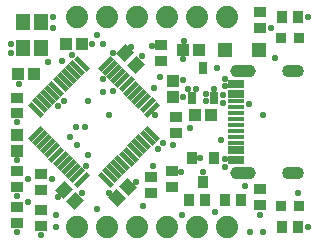
<source format=gbr>
%TF.GenerationSoftware,Altium Limited,Altium Designer,19.0.15 (446)*%
G04 Layer_Color=8388736*
%FSLAX45Y45*%
%MOMM*%
%TF.FileFunction,Soldermask,Top*%
%TF.Part,Single*%
G01*
G75*
%TA.AperFunction,ComponentPad*%
%ADD40C,1.88000*%
G04:AMPARAMS|DCode=41|XSize=1.08mm|YSize=1.88mm|CornerRadius=0.54mm|HoleSize=0mm|Usage=FLASHONLY|Rotation=90.000|XOffset=0mm|YOffset=0mm|HoleType=Round|Shape=RoundedRectangle|*
%AMROUNDEDRECTD41*
21,1,1.08000,0.80000,0,0,90.0*
21,1,0.00000,1.88000,0,0,90.0*
1,1,1.08000,0.40000,0.00000*
1,1,1.08000,0.40000,0.00000*
1,1,1.08000,-0.40000,0.00000*
1,1,1.08000,-0.40000,0.00000*
%
%ADD41ROUNDEDRECTD41*%
G04:AMPARAMS|DCode=42|XSize=1.08mm|YSize=2.18mm|CornerRadius=0.54mm|HoleSize=0mm|Usage=FLASHONLY|Rotation=90.000|XOffset=0mm|YOffset=0mm|HoleType=Round|Shape=RoundedRectangle|*
%AMROUNDEDRECTD42*
21,1,1.08000,1.10000,0,0,90.0*
21,1,0.00000,2.18000,0,0,90.0*
1,1,1.08000,0.55000,0.00000*
1,1,1.08000,0.55000,0.00000*
1,1,1.08000,-0.55000,0.00000*
1,1,1.08000,-0.55000,0.00000*
%
%ADD42ROUNDEDRECTD42*%
%ADD43C,0.08000*%
%TA.AperFunction,ViaPad*%
%ADD44C,0.58000*%
%TA.AperFunction,SMDPad,CuDef*%
%ADD50R,0.88000X0.88000*%
%TA.AperFunction,ConnectorPad*%
%ADD51R,1.37600X0.67600*%
%ADD52R,1.37600X0.37600*%
%TA.AperFunction,SMDPad,CuDef*%
%ADD53R,1.03000X0.93000*%
%ADD54R,0.98000X1.08000*%
%ADD55R,0.93000X1.03000*%
%ADD56R,0.88000X0.98000*%
G04:AMPARAMS|DCode=57|XSize=1.08mm|YSize=0.98mm|CornerRadius=0mm|HoleSize=0mm|Usage=FLASHONLY|Rotation=225.000|XOffset=0mm|YOffset=0mm|HoleType=Round|Shape=Rectangle|*
%AMROTATEDRECTD57*
4,1,4,0.03535,0.72832,0.72832,0.03535,-0.03535,-0.72832,-0.72832,-0.03535,0.03535,0.72832,0.0*
%
%ADD57ROTATEDRECTD57*%

%ADD58R,0.78000X1.08000*%
%ADD59R,1.08000X0.98000*%
G04:AMPARAMS|DCode=60|XSize=1.08mm|YSize=0.98mm|CornerRadius=0mm|HoleSize=0mm|Usage=FLASHONLY|Rotation=135.000|XOffset=0mm|YOffset=0mm|HoleType=Round|Shape=Rectangle|*
%AMROTATEDRECTD60*
4,1,4,0.72832,-0.03535,0.03535,-0.72832,-0.72832,0.03535,-0.03535,0.72832,0.72832,-0.03535,0.0*
%
%ADD60ROTATEDRECTD60*%

%ADD61R,1.28000X1.28000*%
%ADD62R,1.28000X1.28000*%
%ADD63R,1.23000X1.48000*%
G04:AMPARAMS|DCode=64|XSize=0.38mm|YSize=1.48mm|CornerRadius=0mm|HoleSize=0mm|Usage=FLASHONLY|Rotation=315.000|XOffset=0mm|YOffset=0mm|HoleType=Round|Shape=Rectangle|*
%AMROTATEDRECTD64*
4,1,4,-0.65761,-0.38891,0.38891,0.65761,0.65761,0.38891,-0.38891,-0.65761,-0.65761,-0.38891,0.0*
%
%ADD64ROTATEDRECTD64*%

G04:AMPARAMS|DCode=65|XSize=0.38mm|YSize=1.48mm|CornerRadius=0mm|HoleSize=0mm|Usage=FLASHONLY|Rotation=45.000|XOffset=0mm|YOffset=0mm|HoleType=Round|Shape=Rectangle|*
%AMROTATEDRECTD65*
4,1,4,0.38891,-0.65761,-0.65761,0.38891,-0.38891,0.65761,0.65761,-0.38891,0.38891,-0.65761,0.0*
%
%ADD65ROTATEDRECTD65*%

D40*
X10414000Y5334000D02*
D03*
X10668000D02*
D03*
X10160000D02*
D03*
X9906000D02*
D03*
X10922000D02*
D03*
X11176000D02*
D03*
X10414000Y7112000D02*
D03*
X10668000D02*
D03*
X10160000D02*
D03*
X9906000D02*
D03*
X10922000D02*
D03*
X11176000D02*
D03*
D41*
X11731250Y6655000D02*
D03*
Y5791000D02*
D03*
D42*
X11313250Y6655000D02*
D03*
Y5791000D02*
D03*
D43*
X11363250Y5934000D02*
D03*
Y6512000D02*
D03*
D44*
X9779000Y6741645D02*
D03*
X11090000Y6682944D02*
D03*
X11480800Y5295900D02*
D03*
X11366500D02*
D03*
X9731968Y5435600D02*
D03*
Y5332500D02*
D03*
X10561660Y6512000D02*
D03*
X10071100Y6959600D02*
D03*
X10604500Y6604000D02*
D03*
X10998200Y6400800D02*
D03*
X11067800Y6506168D02*
D03*
X11480800Y6286500D02*
D03*
X10464800Y5511800D02*
D03*
X10071100Y5486400D02*
D03*
X11582400Y6769100D02*
D03*
X11363250Y6375400D02*
D03*
X11137900Y6388100D02*
D03*
X11328400Y5686000D02*
D03*
X11125200Y6070600D02*
D03*
X11160000Y5912198D02*
D03*
Y5842000D02*
D03*
X11772900Y5624600D02*
D03*
X10548496Y5854700D02*
D03*
X10210800Y6489700D02*
D03*
X9994900Y6400800D02*
D03*
Y5943600D02*
D03*
X9969500Y6184900D02*
D03*
X9486900Y5549900D02*
D03*
X9893300Y6184900D02*
D03*
X9486900Y5740400D02*
D03*
X10795000Y5435600D02*
D03*
X9842500Y6098000D02*
D03*
X11074400Y5461000D02*
D03*
X9906000Y6032500D02*
D03*
X10172700Y5624600D02*
D03*
X9982200Y5854700D02*
D03*
X9791700Y6400800D02*
D03*
X9740900Y6362700D02*
D03*
X9661257Y6731000D02*
D03*
X10172700Y6286500D02*
D03*
X10566400D02*
D03*
X10121900Y6888005D02*
D03*
Y6477000D02*
D03*
X9690100Y5740400D02*
D03*
X10409022Y5716600D02*
D03*
X10591800Y5994400D02*
D03*
X10629900Y6048000D02*
D03*
X9740900Y5588000D02*
D03*
X9944100Y5624600D02*
D03*
X9605000Y5270500D02*
D03*
X9398000Y5295900D02*
D03*
Y5600700D02*
D03*
Y5903000D02*
D03*
Y6223000D02*
D03*
X9410700Y6543000D02*
D03*
X9347200Y6883400D02*
D03*
Y6804130D02*
D03*
X9702800Y7112000D02*
D03*
Y7023100D02*
D03*
X9860689Y6789011D02*
D03*
X10033000Y6883400D02*
D03*
X10121900Y6591300D02*
D03*
X10452100Y6781800D02*
D03*
X10363200Y6858000D02*
D03*
X10210800Y6807200D02*
D03*
X11544300Y7021600D02*
D03*
X11861800Y7112000D02*
D03*
X10947400Y5916600D02*
D03*
X10858500Y6172200D02*
D03*
X10718800Y6032500D02*
D03*
X10782300Y5803900D02*
D03*
X10972800D02*
D03*
X11160000Y6591300D02*
D03*
Y6527800D02*
D03*
X10538070Y6870700D02*
D03*
X10803700Y6756400D02*
D03*
X10807700Y6908800D02*
D03*
X10803700Y6434900D02*
D03*
Y6578600D02*
D03*
X10909300Y6506168D02*
D03*
X10845800D02*
D03*
X10998200Y6464300D02*
D03*
X11137900Y6451600D02*
D03*
X11455400Y5435600D02*
D03*
X11861800Y5334000D02*
D03*
D50*
X11634400Y6934200D02*
D03*
X11784400D02*
D03*
Y5511800D02*
D03*
X11634400D02*
D03*
D51*
X11255750Y6543000D02*
D03*
Y6463000D02*
D03*
Y5903000D02*
D03*
Y5983000D02*
D03*
D52*
Y6398000D02*
D03*
Y6348000D02*
D03*
Y6298000D02*
D03*
Y6248000D02*
D03*
Y6198000D02*
D03*
Y6148000D02*
D03*
Y6098000D02*
D03*
Y6048000D02*
D03*
D53*
X9398000Y6296200D02*
D03*
Y6426200D02*
D03*
Y5675400D02*
D03*
Y5805400D02*
D03*
X9601200Y5345200D02*
D03*
Y5475200D02*
D03*
X11455400Y5653000D02*
D03*
Y5523000D02*
D03*
Y7151600D02*
D03*
Y7021600D02*
D03*
X10706100Y5675400D02*
D03*
Y5805400D02*
D03*
X10744200Y6133000D02*
D03*
Y6263000D02*
D03*
X9398000Y5370600D02*
D03*
Y5500600D02*
D03*
X10617200Y6872200D02*
D03*
Y6742200D02*
D03*
X10528300Y5624600D02*
D03*
Y5754600D02*
D03*
X9601200Y5650000D02*
D03*
Y5780000D02*
D03*
D54*
X9406700Y6629400D02*
D03*
X9541700D02*
D03*
X10905300Y6286500D02*
D03*
X11040300D02*
D03*
X10803700Y6832600D02*
D03*
X10938700D02*
D03*
X9948100Y6883400D02*
D03*
X9813100D02*
D03*
D55*
X10987000Y5562600D02*
D03*
X10857000D02*
D03*
X11644400Y7112000D02*
D03*
X11774400D02*
D03*
X11774400Y5334000D02*
D03*
X11644400D02*
D03*
X11291800Y5562600D02*
D03*
X11161800D02*
D03*
D56*
X11067800Y5916600D02*
D03*
X10877800D02*
D03*
X10972800Y5716600D02*
D03*
D57*
X10409022Y6708670D02*
D03*
X10313563Y6804130D02*
D03*
X9794770Y5648430D02*
D03*
X9890230Y5552970D02*
D03*
D58*
X10877800Y6423200D02*
D03*
X11067800D02*
D03*
X10972800Y6683200D02*
D03*
D59*
X10718800Y6569900D02*
D03*
Y6434900D02*
D03*
X9398000Y5977700D02*
D03*
Y6112700D02*
D03*
D60*
X10242853Y5578370D02*
D03*
X10338312Y5673830D02*
D03*
D61*
X11160000Y6832600D02*
D03*
D62*
X11446000D02*
D03*
D63*
X9605000Y6849600D02*
D03*
X9445000D02*
D03*
X9605000Y7069600D02*
D03*
X9445000D02*
D03*
D64*
X10149161Y6718300D02*
D03*
X10184516Y6682944D02*
D03*
X10219872Y6647589D02*
D03*
X10255227Y6612234D02*
D03*
X10290582Y6576878D02*
D03*
X10325937Y6541523D02*
D03*
X10361293Y6506168D02*
D03*
X10396648Y6470813D02*
D03*
X10432003Y6435458D02*
D03*
X10467359Y6400101D02*
D03*
X10502714Y6364746D02*
D03*
X10538070Y6329391D02*
D03*
X9944100Y5735422D02*
D03*
X9908744Y5770777D02*
D03*
X9873389Y5806132D02*
D03*
X9838034Y5841487D02*
D03*
X9802678Y5876843D02*
D03*
X9767323Y5912198D02*
D03*
X9731968Y5947554D02*
D03*
X9696613Y5982909D02*
D03*
X9661257Y6018264D02*
D03*
X9625902Y6053619D02*
D03*
X9590546Y6088975D02*
D03*
X9555191Y6124330D02*
D03*
D65*
X10538070D02*
D03*
X10502714Y6088975D02*
D03*
X10467359Y6053619D02*
D03*
X10432004Y6018264D02*
D03*
X10396648Y5982909D02*
D03*
X10361293Y5947554D02*
D03*
X10325937Y5912198D02*
D03*
X10290582Y5876843D02*
D03*
X10255227Y5841487D02*
D03*
X10219872Y5806132D02*
D03*
X10184516Y5770777D02*
D03*
X10149161Y5735422D02*
D03*
X9555191Y6329391D02*
D03*
X9590546Y6364746D02*
D03*
X9625902Y6400102D02*
D03*
X9661257Y6435457D02*
D03*
X9696613Y6470813D02*
D03*
X9731968Y6506168D02*
D03*
X9767323Y6541523D02*
D03*
X9802678Y6576878D02*
D03*
X9838034Y6612234D02*
D03*
X9873389Y6647589D02*
D03*
X9908744Y6682944D02*
D03*
X9944100Y6718300D02*
D03*
%TF.MD5,0647ae8391f3688a2590cd4f37d71dee*%
M02*

</source>
